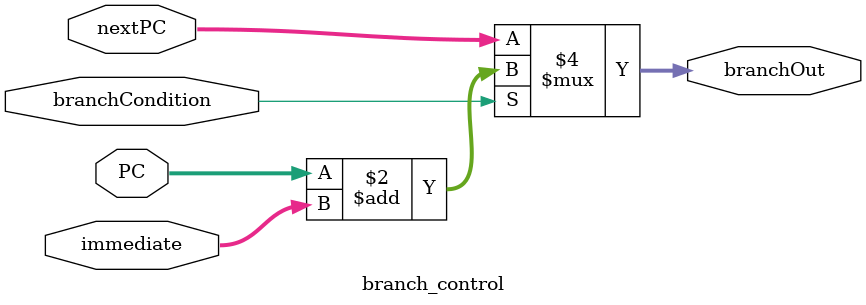
<source format=v>
module branch_control(PC, nextPC, immediate, branchOut, branchCondition);
	
	input branchCondition;
	input [31:0] PC, nextPC, immediate;
	output reg [31:0] branchOut;

	always @(*)
	begin
		if(branchCondition) begin
			branchOut = PC + $signed(immediate);
		end
		else begin
			branchOut = nextPC;
		end
		
		
	end
endmodule

</source>
